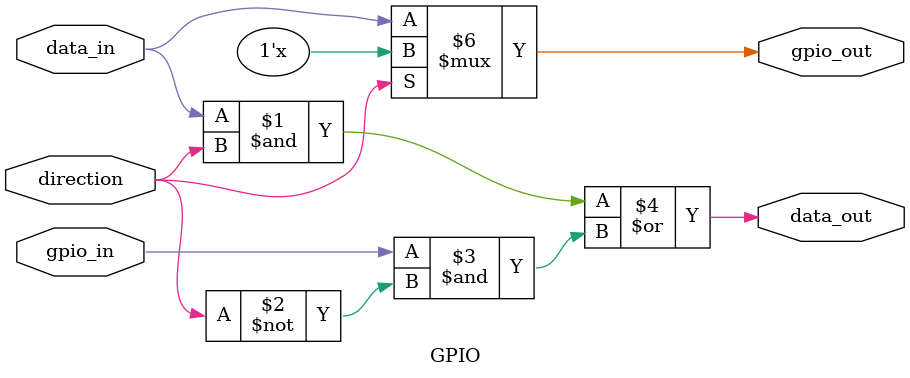
<source format=v>
module GPIO (
    input wire gpio_in,
    input wire data_in,
    input wire direction,
    output wire data_out,
    output wire gpio_out
);

assign data_out = (data_in & direction) | (gpio_in & ~direction);
assign gpio_out = (direction == 1'b1) ? 1'bz : data_in;
    
endmodule

</source>
